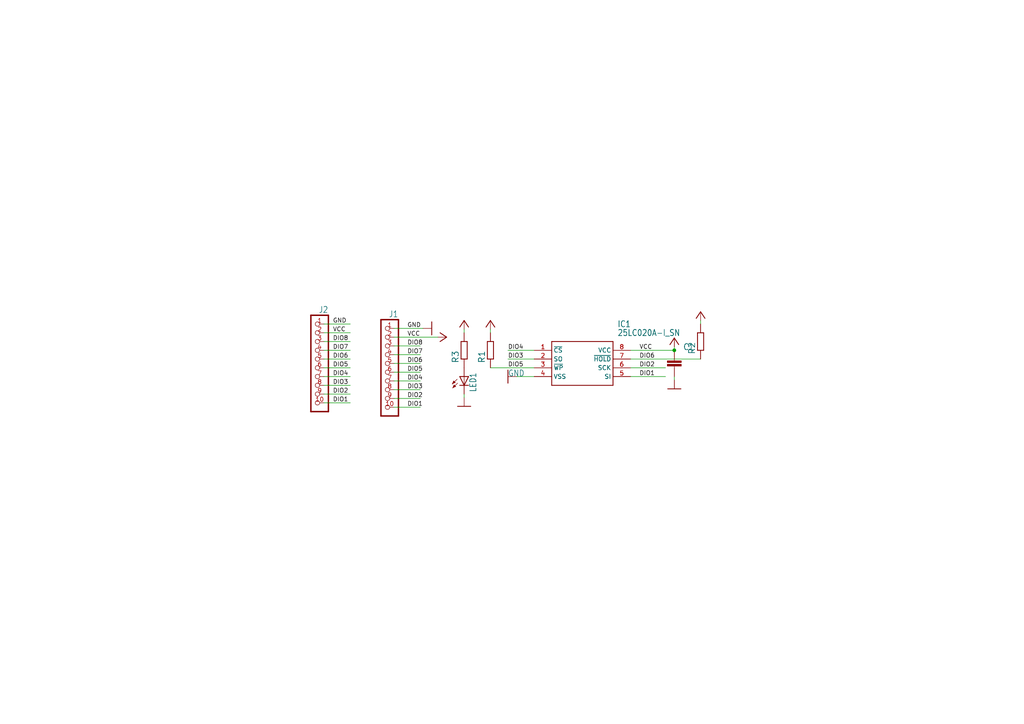
<source format=kicad_sch>
(kicad_sch (version 20230121) (generator eeschema)
  (paper "A4")
  (lib_symbols
    (symbol "working-eagle-import:25LC020A-I_SN"
      (property "Reference" "IC" (at 24.13 7.62 0))
      (symbol "25LC020A-I_SN_1_0"
        (polyline (pts (xy 5.08 2.54) (xy 5.08 -10.16)) (stroke (width 0.254)))
        (polyline (pts (xy 5.08 2.54) (xy 22.86 2.54)) (stroke (width 0.254)))
        (polyline (pts (xy 22.86 -10.16) (xy 5.08 -10.16)) (stroke (width 0.254)))
        (polyline (pts (xy 22.86 -10.16) (xy 22.86 2.54)) (stroke (width 0.254)))
        (pin input line (at 0 0 0) (length 5.08) (name "~{CS}") (number "1"))
        (pin bidirectional line (at 0 -2.54 0) (length 5.08) (name "SO") (number "2"))
        (pin bidirectional line (at 0 -5.08 0) (length 5.08) (name "~{WP}") (number "3"))
        (pin power_in line (at 0 -7.62 0) (length 5.08) (name "VSS") (number "4"))
        (pin bidirectional line (at 27.94 -7.62 180) (length 5.08) (name "SI") (number "5"))
        (pin bidirectional line (at 27.94 -5.08 180) (length 5.08) (name "SCK") (number "6"))
        (pin bidirectional line (at 27.94 -2.54 180) (length 5.08) (name "~{HOLD}") (number "7"))
        (pin power_in line (at 27.94 0 180) (length 5.08) (name "VCC") (number "8"))
      )
    )
    (symbol "working-eagle-import:CAPACITOR_NPOL-0603"
      (property "Reference" "C" (at 2.54 5.08 0))
      (symbol "CAPACITOR_NPOL-0603_1_0"
        (rectangle (start -2.032 0.508) (end 2.032 1.016) (fill (type outline)))
        (rectangle (start -2.032 1.524) (end 2.032 2.032) (fill (type outline)))
        (polyline (pts (xy 0 0) (xy 0 0.508)) (stroke (width 0.1524)))
        (polyline (pts (xy 0 2.54) (xy 0 2.032)) (stroke (width 0.1524)))
        (pin passive line (at 0 5.08 270) (length 2.54) (name "1") (number "1"))
        (pin passive line (at 0 -2.54 90) (length 2.54) (name "2") (number "2"))
      )
    )
    (symbol "working-eagle-import:CON_HEADER_1X10-PTH"
      (property "Reference" "J" (at -1.27 15.875 0))
      (symbol "CON_HEADER_1X10-PTH_1_0"
        (polyline (pts (xy -1.27 -12.7) (xy -1.27 15.24)) (stroke (width 0.4064)))
        (polyline (pts (xy -1.27 15.24) (xy 3.81 15.24)) (stroke (width 0.4064)))
        (polyline (pts (xy 3.81 -12.7) (xy -1.27 -12.7)) (stroke (width 0.4064)))
        (polyline (pts (xy 3.81 15.24) (xy 3.81 -12.7)) (stroke (width 0.4064)))
        (pin passive inverted (at 0 12.7 0) (length 2.54) (name "1") (number "1"))
        (pin passive inverted (at 0 -10.16 0) (length 2.54) (name "10") (number "10"))
        (pin passive inverted (at 0 10.16 0) (length 2.54) (name "2") (number "2"))
        (pin passive inverted (at 0 7.62 0) (length 2.54) (name "3") (number "3"))
        (pin passive inverted (at 0 5.08 0) (length 2.54) (name "4") (number "4"))
        (pin passive inverted (at 0 2.54 0) (length 2.54) (name "5") (number "5"))
        (pin passive inverted (at 0 0 0) (length 2.54) (name "6") (number "6"))
        (pin passive inverted (at 0 -2.54 0) (length 2.54) (name "7") (number "7"))
        (pin passive inverted (at 0 -5.08 0) (length 2.54) (name "8") (number "8"))
        (pin passive inverted (at 0 -7.62 0) (length 2.54) (name "9") (number "9"))
      )
    )
    (symbol "working-eagle-import:CON_HEADER_1X10-RIGHT_ANGLED_PTH"
      (property "Reference" "J" (at -1.27 15.875 0))
      (symbol "CON_HEADER_1X10-RIGHT_ANGLED_PTH_1_0"
        (polyline (pts (xy -1.27 -12.7) (xy -1.27 15.24)) (stroke (width 0.4064)))
        (polyline (pts (xy -1.27 15.24) (xy 3.81 15.24)) (stroke (width 0.4064)))
        (polyline (pts (xy 3.81 -12.7) (xy -1.27 -12.7)) (stroke (width 0.4064)))
        (polyline (pts (xy 3.81 15.24) (xy 3.81 -12.7)) (stroke (width 0.4064)))
        (pin passive inverted (at 0 12.7 0) (length 2.54) (name "1") (number "1"))
        (pin passive inverted (at 0 -10.16 0) (length 2.54) (name "10") (number "10"))
        (pin passive inverted (at 0 10.16 0) (length 2.54) (name "2") (number "2"))
        (pin passive inverted (at 0 7.62 0) (length 2.54) (name "3") (number "3"))
        (pin passive inverted (at 0 5.08 0) (length 2.54) (name "4") (number "4"))
        (pin passive inverted (at 0 2.54 0) (length 2.54) (name "5") (number "5"))
        (pin passive inverted (at 0 0 0) (length 2.54) (name "6") (number "6"))
        (pin passive inverted (at 0 -2.54 0) (length 2.54) (name "7") (number "7"))
        (pin passive inverted (at 0 -5.08 0) (length 2.54) (name "8") (number "8"))
        (pin passive inverted (at 0 -7.62 0) (length 2.54) (name "9") (number "9"))
      )
    )
    (symbol "working-eagle-import:GND" (power)
      (property "Value" "GND" (at -2.54 -2.54 0))
      (symbol "GND_1_0"
        (polyline (pts (xy -1.905 0) (xy 1.905 0)) (stroke (width 0.254)))
        (pin power_in line (at 0 2.54 270) (length 2.54) (name "GND") (number "1"))
      )
    )
    (symbol "working-eagle-import:LED-0805"
      (property "Reference" "LED" (at 3.556 -4.572 90))
      (symbol "LED-0805_1_0"
        (polyline (pts (xy -2.032 -0.762) (xy -3.429 -2.159)) (stroke (width 0.1524)))
        (polyline (pts (xy -1.905 -1.905) (xy -3.302 -3.302)) (stroke (width 0.1524)))
        (polyline (pts (xy 0 -2.54) (xy -1.27 -2.54)) (stroke (width 0.254)))
        (polyline (pts (xy 0 -2.54) (xy -1.27 0)) (stroke (width 0.254)))
        (polyline (pts (xy 0 0) (xy -1.27 0)) (stroke (width 0.254)))
        (polyline (pts (xy 0 0) (xy 0 -2.54)) (stroke (width 0.1524)))
        (polyline (pts (xy 1.27 -2.54) (xy 0 -2.54)) (stroke (width 0.254)))
        (polyline (pts (xy 1.27 0) (xy 0 -2.54)) (stroke (width 0.254)))
        (polyline (pts (xy 1.27 0) (xy 0 0)) (stroke (width 0.254)))
        (polyline (pts (xy -3.429 -2.159) (xy -3.048 -1.27) (xy -2.54 -1.778)) (stroke (width 0.1524)) (fill (type outline)))
        (polyline (pts (xy -3.302 -3.302) (xy -2.921 -2.413) (xy -2.413 -2.921)) (stroke (width 0.1524)) (fill (type outline)))
        (pin passive line (at 0 2.54 270) (length 2.54) (name "A") (number "A"))
        (pin passive line (at 0 -5.08 90) (length 2.54) (name "C") (number "C"))
      )
    )
    (symbol "working-eagle-import:RESISTOR-0603"
      (property "Reference" "R" (at -3.81 1.4986 0))
      (symbol "RESISTOR-0603_1_0"
        (polyline (pts (xy -2.54 -0.889) (xy -2.54 0.889)) (stroke (width 0.254)))
        (polyline (pts (xy -2.54 -0.889) (xy 2.54 -0.889)) (stroke (width 0.254)))
        (polyline (pts (xy 2.54 -0.889) (xy 2.54 0.889)) (stroke (width 0.254)))
        (polyline (pts (xy 2.54 0.889) (xy -2.54 0.889)) (stroke (width 0.254)))
        (pin passive line (at -5.08 0 0) (length 2.54) (name "1") (number "1"))
        (pin passive line (at 5.08 0 180) (length 2.54) (name "2") (number "2"))
      )
    )
    (symbol "working-eagle-import:VCC" (power)
      (property "Value" "VCC" (at -2.54 -2.54 90))
      (symbol "VCC_1_0"
        (polyline (pts (xy 0 0) (xy -1.27 -1.905)) (stroke (width 0.254)))
        (polyline (pts (xy 1.27 -1.905) (xy 0 0)) (stroke (width 0.254)))
        (pin power_in line (at 0 -2.54 90) (length 2.54) (name "VCC") (number "1"))
      )
    )
  )
  (junction (at 195.58 101.6))
  (wire (pts (xy 114.3 115.57) (xy 121.92 115.57)) (stroke (width 0.1524)))
  (wire (pts (xy 114.3 110.49) (xy 121.92 110.49)) (stroke (width 0.1524)))
  (wire (pts (xy 93.98 109.22) (xy 101.6 109.22)) (stroke (width 0.1524)))
  (wire (pts (xy 93.98 99.06) (xy 101.6 99.06)) (stroke (width 0.1524)))
  (wire (pts (xy 93.98 106.68) (xy 101.6 106.68)) (stroke (width 0.1524)))
  (wire (pts (xy 182.88 106.68) (xy 193.04 106.68)) (stroke (width 0.1524)))
  (wire (pts (xy 182.88 109.22) (xy 193.04 109.22)) (stroke (width 0.1524)))
  (wire (pts (xy 142.24 96.52) (xy 142.24 95.504)) (stroke (width 0.1524)))
  (wire (pts (xy 93.98 116.84) (xy 101.6 116.84)) (stroke (width 0.1524)))
  (wire (pts (xy 93.98 101.6) (xy 101.6 101.6)) (stroke (width 0.1524)))
  (wire (pts (xy 154.94 104.14) (xy 147.32 104.14)) (stroke (width 0.1524)))
  (wire (pts (xy 114.3 102.87) (xy 121.92 102.87)) (stroke (width 0.1524)))
  (wire (pts (xy 114.3 100.33) (xy 121.92 100.33)) (stroke (width 0.1524)))
  (wire (pts (xy 154.94 109.22) (xy 149.86 109.22)) (stroke (width 0.1524)))
  (wire (pts (xy 93.98 96.52) (xy 101.6 96.52)) (stroke (width 0.1524)))
  (wire (pts (xy 114.3 113.03) (xy 121.92 113.03)) (stroke (width 0.1524)))
  (wire (pts (xy 114.3 107.95) (xy 121.92 107.95)) (stroke (width 0.1524)))
  (wire (pts (xy 93.98 111.76) (xy 101.6 111.76)) (stroke (width 0.1524)))
  (wire (pts (xy 114.3 105.41) (xy 121.92 105.41)) (stroke (width 0.1524)))
  (wire (pts (xy 93.98 114.3) (xy 101.6 114.3)) (stroke (width 0.1524)))
  (wire (pts (xy 114.3 97.79) (xy 127 97.79)) (stroke (width 0.1524)))
  (wire (pts (xy 134.62 95.504) (xy 134.62 96.52)) (stroke (width 0.1524)))
  (wire (pts (xy 195.58 100.584) (xy 195.58 101.6)) (stroke (width 0.1524)))
  (wire (pts (xy 203.2 104.14) (xy 182.88 104.14)) (stroke (width 0.1524)))
  (wire (pts (xy 154.94 101.6) (xy 147.32 101.6)) (stroke (width 0.1524)))
  (wire (pts (xy 195.58 109.22) (xy 195.58 110.236)) (stroke (width 0.1524)))
  (wire (pts (xy 154.94 106.68) (xy 142.24 106.68)) (stroke (width 0.1524)))
  (wire (pts (xy 93.98 93.98) (xy 101.6 93.98)) (stroke (width 0.1524)))
  (wire (pts (xy 203.2 92.964) (xy 203.2 93.98)) (stroke (width 0.1524)))
  (wire (pts (xy 93.98 104.14) (xy 101.6 104.14)) (stroke (width 0.1524)))
  (wire (pts (xy 114.3 95.25) (xy 122.682 95.25)) (stroke (width 0.1524)))
  (wire (pts (xy 114.3 118.11) (xy 121.92 118.11)) (stroke (width 0.1524)))
  (wire (pts (xy 182.88 101.6) (xy 195.58 101.6)) (stroke (width 0.1524)))
  (wire (pts (xy 134.62 114.3) (xy 134.62 115.316)) (stroke (width 0.1524)))
  (label "DIO4" (at 96.52 109.22 0) (effects (font (size 1.2446 1.2446))))
  (label "DIO8" (at 118.11 100.33 0) (effects (font (size 1.2446 1.2446))))
  (label "DIO7" (at 96.52 101.6 0) (effects (font (size 1.2446 1.2446))))
  (label "DIO5" (at 118.11 107.95 0) (effects (font (size 1.2446 1.2446))))
  (label "DIO4" (at 147.32 101.6 0) (effects (font (size 1.2446 1.2446))))
  (label "DIO5" (at 96.52 106.68 0) (effects (font (size 1.2446 1.2446))))
  (label "DIO3" (at 118.11 113.03 0) (effects (font (size 1.2446 1.2446))))
  (label "DIO3" (at 147.32 104.14 0) (effects (font (size 1.2446 1.2446))))
  (label "DIO6" (at 185.42 104.14 0) (effects (font (size 1.2446 1.2446))))
  (label "DIO2" (at 118.11 115.57 0) (effects (font (size 1.2446 1.2446))))
  (label "DIO2" (at 185.42 106.68 0) (effects (font (size 1.2446 1.2446))))
  (label "DIO3" (at 96.52 111.76 0) (effects (font (size 1.2446 1.2446))))
  (label "DIO4" (at 118.11 110.49 0) (effects (font (size 1.2446 1.2446))))
  (label "VCC" (at 118.11 97.79 0) (effects (font (size 1.2446 1.2446))))
  (label "DIO5" (at 147.32 106.68 0) (effects (font (size 1.2446 1.2446))))
  (label "VCC" (at 96.52 96.52 0) (effects (font (size 1.2446 1.2446))))
  (label "DIO6" (at 96.52 104.14 0) (effects (font (size 1.2446 1.2446))))
  (label "DIO1" (at 96.52 116.84 0) (effects (font (size 1.2446 1.2446))))
  (label "VCC" (at 185.42 101.6 0) (effects (font (size 1.2446 1.2446))))
  (label "DIO1" (at 185.42 109.22 0) (effects (font (size 1.2446 1.2446))))
  (label "GND" (at 118.11 95.25 0) (effects (font (size 1.2446 1.2446))))
  (label "DIO8" (at 96.52 99.06 0) (effects (font (size 1.2446 1.2446))))
  (label "DIO1" (at 118.11 118.11 0) (effects (font (size 1.2446 1.2446))))
  (label "DIO6" (at 118.11 105.41 0) (effects (font (size 1.2446 1.2446))))
  (label "DIO7" (at 118.11 102.87 0) (effects (font (size 1.2446 1.2446))))
  (label "GND" (at 96.52 93.98 0) (effects (font (size 1.2446 1.2446))))
  (label "DIO2" (at 96.52 114.3 0) (effects (font (size 1.2446 1.2446))))
  (symbol (lib_id "working-eagle-import:GND") (at 125.222 95.25 90) (unit 1)
    (property "Reference" "#GND2" (effects hide))
    (property "Value" "GND" (effects hide))
  )
  (symbol (lib_id "working-eagle-import:CAPACITOR_NPOL-0603") (at 195.58 106.68 0) (unit 1)
    (property "Reference" "C1" (at 198.12 101.6 0) (effects (font (size 1.778 1.5113)) (justify left bottom)))
    (property "Value" "CAPACITOR_NPOL-0603" (effects hide))
    (property "Footprint" "working:C603" (effects hide))
  )
  (symbol (lib_id "working-eagle-import:GND") (at 195.58 112.776 0) (unit 1)
    (property "Reference" "#GND3" (effects hide))
    (property "Value" "GND" (effects hide))
  )
  (symbol (lib_id "working-eagle-import:VCC") (at 195.58 98.044 0) (unit 1)
    (property "Reference" "#VOUT1" (effects hide))
    (property "Value" "VCC" (effects hide))
  )
  (symbol (lib_id "working-eagle-import:VCC") (at 134.62 92.964 0) (unit 1)
    (property "Reference" "#VOUT4" (effects hide))
    (property "Value" "VCC" (effects hide))
  )
  (symbol (lib_id "working-eagle-import:RESISTOR-0603") (at 134.62 101.6 90) (unit 1)
    (property "Reference" "R3" (at 133.1214 105.41 0) (effects (font (size 1.778 1.778)) (justify left bottom)))
    (property "Value" "RESISTOR-0603" (effects hide))
    (property "Footprint" "working:R603" (effects hide))
  )
  (symbol (lib_id "working-eagle-import:CON_HEADER_1X10-RIGHT_ANGLED_PTH") (at 114.3 107.95 0) (mirror y) (unit 1)
    (property "Reference" "J1" (at 115.57 92.075 0) (effects (font (size 1.778 1.5113)) (justify left bottom)))
    (property "Value" "CON_HEADER_1X10-RIGHT_ANGLED_PTH" (effects hide))
    (property "Footprint" "working:M1X10_FEMALE_RIGHT_ANGLED_PTH" (effects hide))
  )
  (symbol (lib_id "working-eagle-import:LED-0805") (at 134.62 109.22 0) (unit 1)
    (property "Reference" "LED1" (at 138.176 113.792 90) (effects (font (size 1.778 1.5113)) (justify left bottom)))
    (property "Value" "LED-0805" (effects hide))
    (property "Footprint" "working:LED-805" (effects hide))
  )
  (symbol (lib_id "working-eagle-import:RESISTOR-0603") (at 203.2 99.06 90) (unit 1)
    (property "Reference" "R2" (at 201.7014 102.87 0) (effects (font (size 1.778 1.778)) (justify left bottom)))
    (property "Value" "RESISTOR-0603" (effects hide))
    (property "Footprint" "working:R603" (effects hide))
  )
  (symbol (lib_id "working-eagle-import:GND") (at 134.62 117.856 0) (unit 1)
    (property "Reference" "#GND4" (effects hide))
    (property "Value" "GND" (effects hide))
  )
  (symbol (lib_id "working-eagle-import:CON_HEADER_1X10-PTH") (at 93.98 106.68 0) (mirror y) (unit 1)
    (property "Reference" "J2" (at 95.25 90.805 0) (effects (font (size 1.778 1.5113)) (justify left bottom)))
    (property "Value" "CON_HEADER_1X10-PTH" (effects hide))
    (property "Footprint" "working:M1X10" (effects hide))
  )
  (symbol (lib_id "working-eagle-import:GND") (at 147.32 109.22 270) (unit 1)
    (property "Reference" "#GND1" (effects hide))
    (property "Value" "GND" (at 147.32 109.22 90) (effects (font (size 1.778 1.5113)) (justify left bottom)))
  )
  (symbol (lib_id "working-eagle-import:VCC") (at 203.2 90.424 0) (unit 1)
    (property "Reference" "#VOUT2" (effects hide))
    (property "Value" "VCC" (effects hide))
  )
  (symbol (lib_id "working-eagle-import:25LC020A-I_SN") (at 154.94 101.6 0) (unit 1)
    (property "Reference" "IC1" (at 179.07 93.98 0) (effects (font (size 1.778 1.5113)) (justify left)))
    (property "Value" "25LC020A-I_SN" (at 179.07 96.52 0) (effects (font (size 1.778 1.5113)) (justify left)))
    (property "Footprint" "working:SOIC127P600X175-8N" (effects hide))
  )
  (symbol (lib_id "working-eagle-import:RESISTOR-0603") (at 142.24 101.6 90) (unit 1)
    (property "Reference" "R1" (at 140.7414 105.41 0) (effects (font (size 1.778 1.778)) (justify left bottom)))
    (property "Value" "RESISTOR-0603" (effects hide))
    (property "Footprint" "working:R603" (effects hide))
  )
  (symbol (lib_id "working-eagle-import:VCC") (at 142.24 92.964 0) (unit 1)
    (property "Reference" "#VOUT3" (effects hide))
    (property "Value" "VCC" (effects hide))
  )
  (symbol (lib_id "working-eagle-import:VCC") (at 129.54 97.79 270) (unit 1)
    (property "Reference" "#VOUT0" (effects hide))
    (property "Value" "VCC" (effects hide))
  )
)
</source>
